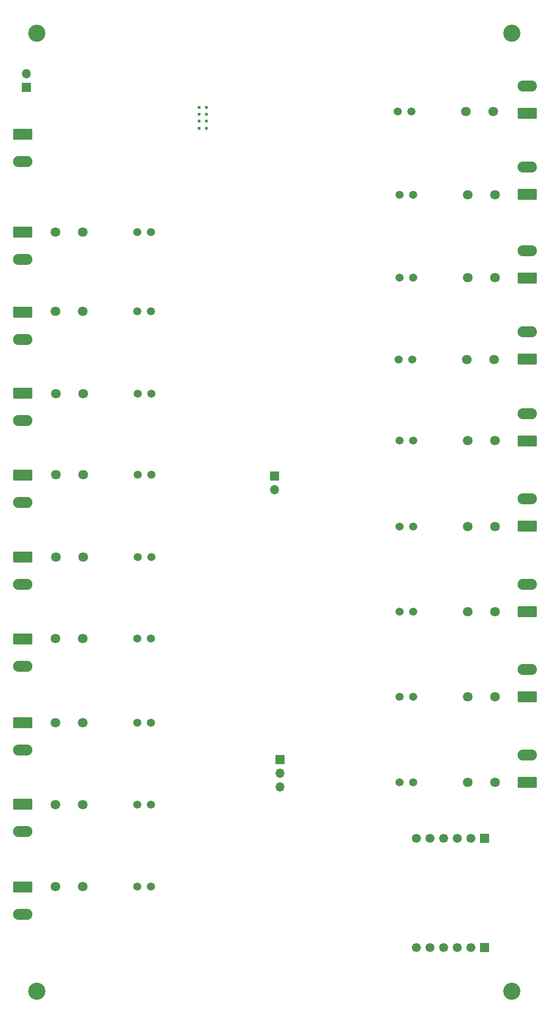
<source format=gbs>
G04 #@! TF.GenerationSoftware,KiCad,Pcbnew,(6.0.11)*
G04 #@! TF.CreationDate,2023-09-27T15:25:24-05:00*
G04 #@! TF.ProjectId,MB,4d422e6b-6963-4616-945f-706362585858,rev?*
G04 #@! TF.SameCoordinates,Original*
G04 #@! TF.FileFunction,Soldermask,Bot*
G04 #@! TF.FilePolarity,Negative*
%FSLAX46Y46*%
G04 Gerber Fmt 4.6, Leading zero omitted, Abs format (unit mm)*
G04 Created by KiCad (PCBNEW (6.0.11)) date 2023-09-27 15:25:24*
%MOMM*%
%LPD*%
G01*
G04 APERTURE LIST*
G04 Aperture macros list*
%AMRoundRect*
0 Rectangle with rounded corners*
0 $1 Rounding radius*
0 $2 $3 $4 $5 $6 $7 $8 $9 X,Y pos of 4 corners*
0 Add a 4 corners polygon primitive as box body*
4,1,4,$2,$3,$4,$5,$6,$7,$8,$9,$2,$3,0*
0 Add four circle primitives for the rounded corners*
1,1,$1+$1,$2,$3*
1,1,$1+$1,$4,$5*
1,1,$1+$1,$6,$7*
1,1,$1+$1,$8,$9*
0 Add four rect primitives between the rounded corners*
20,1,$1+$1,$2,$3,$4,$5,0*
20,1,$1+$1,$4,$5,$6,$7,0*
20,1,$1+$1,$6,$7,$8,$9,0*
20,1,$1+$1,$8,$9,$2,$3,0*%
G04 Aperture macros list end*
%ADD10C,1.500000*%
%ADD11C,1.800000*%
%ADD12RoundRect,0.249999X1.550001X-0.790001X1.550001X0.790001X-1.550001X0.790001X-1.550001X-0.790001X0*%
%ADD13O,3.600000X2.080000*%
%ADD14C,3.200000*%
%ADD15RoundRect,0.249999X-1.550001X0.790001X-1.550001X-0.790001X1.550001X-0.790001X1.550001X0.790001X0*%
%ADD16R,1.680000X1.680000*%
%ADD17C,1.680000*%
%ADD18R,1.700000X1.700000*%
%ADD19O,1.700000X1.700000*%
%ADD20C,0.604000*%
G04 APERTURE END LIST*
D10*
X114681000Y-167558800D03*
X112141000Y-167558800D03*
D11*
X101981000Y-167558800D03*
X96901000Y-167558800D03*
D12*
X184759600Y-115570000D03*
D13*
X184759600Y-110490000D03*
D14*
X181838600Y-233146600D03*
D10*
X160939800Y-162615800D03*
X163479800Y-162615800D03*
D11*
X173639800Y-162615800D03*
X178719800Y-162615800D03*
D15*
X90779600Y-183235600D03*
D13*
X90779600Y-188315600D03*
D10*
X160939800Y-85023000D03*
X163479800Y-85023000D03*
D11*
X173639800Y-85023000D03*
X178719800Y-85023000D03*
D15*
X90779600Y-213807000D03*
D13*
X90779600Y-218887000D03*
D12*
X184759600Y-84963000D03*
D13*
X184759600Y-79883000D03*
D12*
X184759600Y-146685000D03*
D13*
X184759600Y-141605000D03*
D10*
X114681000Y-91958200D03*
X112141000Y-91958200D03*
D11*
X101981000Y-91958200D03*
X96901000Y-91958200D03*
D10*
X114681000Y-106680000D03*
X112141000Y-106680000D03*
D11*
X101981000Y-106680000D03*
X96901000Y-106680000D03*
D12*
X184759600Y-162560000D03*
D13*
X184759600Y-157480000D03*
D15*
X90779600Y-152400000D03*
D13*
X90779600Y-157480000D03*
D10*
X160939800Y-100462000D03*
X163479800Y-100462000D03*
D11*
X173639800Y-100462000D03*
X178719800Y-100462000D03*
D10*
X160939800Y-194340400D03*
X163479800Y-194340400D03*
D11*
X173639800Y-194340400D03*
X178719800Y-194340400D03*
D12*
X184759600Y-194310000D03*
D13*
X184759600Y-189230000D03*
D10*
X114706400Y-152410200D03*
X112166400Y-152410200D03*
D11*
X102006400Y-152410200D03*
X96926400Y-152410200D03*
D10*
X160939800Y-130723600D03*
X163479800Y-130723600D03*
D11*
X173639800Y-130723600D03*
X178719800Y-130723600D03*
D12*
X184759600Y-69824400D03*
D13*
X184759600Y-64744400D03*
D10*
X160775200Y-115636000D03*
X163315200Y-115636000D03*
D11*
X173475200Y-115636000D03*
X178555200Y-115636000D03*
D12*
X184759600Y-100482400D03*
D13*
X184759600Y-95402400D03*
D16*
X176835000Y-204770000D03*
D17*
X174295000Y-204770000D03*
X171755000Y-204770000D03*
X169215000Y-204770000D03*
X166675000Y-204770000D03*
X164135000Y-204770000D03*
D16*
X176835000Y-225090000D03*
D17*
X174295000Y-225090000D03*
X171755000Y-225090000D03*
X169215000Y-225090000D03*
X166675000Y-225090000D03*
X164135000Y-225090000D03*
D10*
X160939800Y-178424800D03*
X163479800Y-178424800D03*
D11*
X173639800Y-178424800D03*
X178719800Y-178424800D03*
D15*
X90779600Y-137160000D03*
D13*
X90779600Y-142240000D03*
D14*
X181838600Y-54940200D03*
D10*
X114681000Y-183195000D03*
X112141000Y-183195000D03*
D11*
X101981000Y-183195000D03*
X96901000Y-183195000D03*
D10*
X114681000Y-213675000D03*
X112141000Y-213675000D03*
D11*
X101981000Y-213675000D03*
X96901000Y-213675000D03*
D18*
X138683600Y-190083200D03*
D19*
X138683600Y-192623200D03*
X138683600Y-195163200D03*
D10*
X114681000Y-198435000D03*
X112141000Y-198435000D03*
D11*
X101981000Y-198435000D03*
X96901000Y-198435000D03*
D14*
X93395800Y-54940200D03*
D10*
X160655000Y-69535000D03*
X163195000Y-69535000D03*
D11*
X173355000Y-69535000D03*
X178435000Y-69535000D03*
D20*
X123645400Y-70038200D03*
X123645400Y-72638200D03*
X123645400Y-68738200D03*
X124945400Y-70038200D03*
X124945400Y-72638200D03*
X124945400Y-68738200D03*
X123645400Y-71338200D03*
X124945400Y-71338200D03*
D18*
X137693400Y-137383600D03*
D19*
X137693400Y-139923600D03*
D15*
X90779600Y-91948000D03*
D13*
X90779600Y-97028000D03*
D15*
X90779600Y-106837400D03*
D13*
X90779600Y-111917400D03*
D15*
X90779600Y-121920000D03*
D13*
X90779600Y-127000000D03*
D15*
X90779600Y-198424800D03*
D13*
X90779600Y-203504800D03*
D14*
X93395800Y-233146600D03*
D15*
X90779600Y-167640000D03*
D13*
X90779600Y-172720000D03*
D10*
X114706400Y-122016600D03*
X112166400Y-122016600D03*
D11*
X102006400Y-122016600D03*
X96926400Y-122016600D03*
D10*
X160939800Y-146740800D03*
X163479800Y-146740800D03*
D11*
X173639800Y-146740800D03*
X178719800Y-146740800D03*
D15*
X90779600Y-73761600D03*
D13*
X90779600Y-78841600D03*
D12*
X184759600Y-130810000D03*
D13*
X184759600Y-125730000D03*
D18*
X91479600Y-65054400D03*
D19*
X91479600Y-62514400D03*
D12*
X184759600Y-178435000D03*
D13*
X184759600Y-173355000D03*
D10*
X114706400Y-137078800D03*
X112166400Y-137078800D03*
D11*
X102006400Y-137078800D03*
X96926400Y-137078800D03*
M02*

</source>
